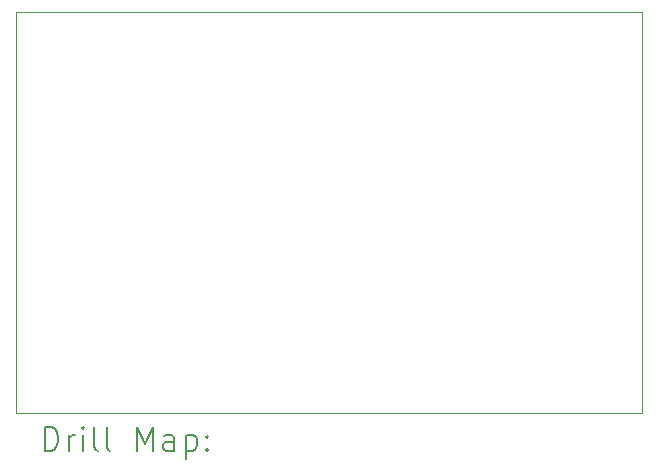
<source format=gbr>
%TF.GenerationSoftware,KiCad,Pcbnew,7.0.1*%
%TF.CreationDate,2023-06-20T17:21:24-05:00*%
%TF.ProjectId,squishbox1,73717569-7368-4626-9f78-312e6b696361,rev?*%
%TF.SameCoordinates,Original*%
%TF.FileFunction,Drillmap*%
%TF.FilePolarity,Positive*%
%FSLAX45Y45*%
G04 Gerber Fmt 4.5, Leading zero omitted, Abs format (unit mm)*
G04 Created by KiCad (PCBNEW 7.0.1) date 2023-06-20 17:21:24*
%MOMM*%
%LPD*%
G01*
G04 APERTURE LIST*
%ADD10C,0.100000*%
%ADD11C,0.200000*%
G04 APERTURE END LIST*
D10*
X8600000Y-4700000D02*
X13900000Y-4700000D01*
X13900000Y-8100000D01*
X8600000Y-8100000D01*
X8600000Y-4700000D01*
D11*
X8842619Y-8417524D02*
X8842619Y-8217524D01*
X8842619Y-8217524D02*
X8890238Y-8217524D01*
X8890238Y-8217524D02*
X8918810Y-8227048D01*
X8918810Y-8227048D02*
X8937857Y-8246095D01*
X8937857Y-8246095D02*
X8947381Y-8265143D01*
X8947381Y-8265143D02*
X8956905Y-8303238D01*
X8956905Y-8303238D02*
X8956905Y-8331809D01*
X8956905Y-8331809D02*
X8947381Y-8369905D01*
X8947381Y-8369905D02*
X8937857Y-8388952D01*
X8937857Y-8388952D02*
X8918810Y-8408000D01*
X8918810Y-8408000D02*
X8890238Y-8417524D01*
X8890238Y-8417524D02*
X8842619Y-8417524D01*
X9042619Y-8417524D02*
X9042619Y-8284190D01*
X9042619Y-8322286D02*
X9052143Y-8303238D01*
X9052143Y-8303238D02*
X9061667Y-8293714D01*
X9061667Y-8293714D02*
X9080714Y-8284190D01*
X9080714Y-8284190D02*
X9099762Y-8284190D01*
X9166429Y-8417524D02*
X9166429Y-8284190D01*
X9166429Y-8217524D02*
X9156905Y-8227048D01*
X9156905Y-8227048D02*
X9166429Y-8236571D01*
X9166429Y-8236571D02*
X9175952Y-8227048D01*
X9175952Y-8227048D02*
X9166429Y-8217524D01*
X9166429Y-8217524D02*
X9166429Y-8236571D01*
X9290238Y-8417524D02*
X9271190Y-8408000D01*
X9271190Y-8408000D02*
X9261667Y-8388952D01*
X9261667Y-8388952D02*
X9261667Y-8217524D01*
X9395000Y-8417524D02*
X9375952Y-8408000D01*
X9375952Y-8408000D02*
X9366429Y-8388952D01*
X9366429Y-8388952D02*
X9366429Y-8217524D01*
X9623571Y-8417524D02*
X9623571Y-8217524D01*
X9623571Y-8217524D02*
X9690238Y-8360381D01*
X9690238Y-8360381D02*
X9756905Y-8217524D01*
X9756905Y-8217524D02*
X9756905Y-8417524D01*
X9937857Y-8417524D02*
X9937857Y-8312762D01*
X9937857Y-8312762D02*
X9928333Y-8293714D01*
X9928333Y-8293714D02*
X9909286Y-8284190D01*
X9909286Y-8284190D02*
X9871190Y-8284190D01*
X9871190Y-8284190D02*
X9852143Y-8293714D01*
X9937857Y-8408000D02*
X9918810Y-8417524D01*
X9918810Y-8417524D02*
X9871190Y-8417524D01*
X9871190Y-8417524D02*
X9852143Y-8408000D01*
X9852143Y-8408000D02*
X9842619Y-8388952D01*
X9842619Y-8388952D02*
X9842619Y-8369905D01*
X9842619Y-8369905D02*
X9852143Y-8350857D01*
X9852143Y-8350857D02*
X9871190Y-8341333D01*
X9871190Y-8341333D02*
X9918810Y-8341333D01*
X9918810Y-8341333D02*
X9937857Y-8331809D01*
X10033095Y-8284190D02*
X10033095Y-8484190D01*
X10033095Y-8293714D02*
X10052143Y-8284190D01*
X10052143Y-8284190D02*
X10090238Y-8284190D01*
X10090238Y-8284190D02*
X10109286Y-8293714D01*
X10109286Y-8293714D02*
X10118810Y-8303238D01*
X10118810Y-8303238D02*
X10128333Y-8322286D01*
X10128333Y-8322286D02*
X10128333Y-8379428D01*
X10128333Y-8379428D02*
X10118810Y-8398476D01*
X10118810Y-8398476D02*
X10109286Y-8408000D01*
X10109286Y-8408000D02*
X10090238Y-8417524D01*
X10090238Y-8417524D02*
X10052143Y-8417524D01*
X10052143Y-8417524D02*
X10033095Y-8408000D01*
X10214048Y-8398476D02*
X10223571Y-8408000D01*
X10223571Y-8408000D02*
X10214048Y-8417524D01*
X10214048Y-8417524D02*
X10204524Y-8408000D01*
X10204524Y-8408000D02*
X10214048Y-8398476D01*
X10214048Y-8398476D02*
X10214048Y-8417524D01*
X10214048Y-8293714D02*
X10223571Y-8303238D01*
X10223571Y-8303238D02*
X10214048Y-8312762D01*
X10214048Y-8312762D02*
X10204524Y-8303238D01*
X10204524Y-8303238D02*
X10214048Y-8293714D01*
X10214048Y-8293714D02*
X10214048Y-8312762D01*
M02*

</source>
